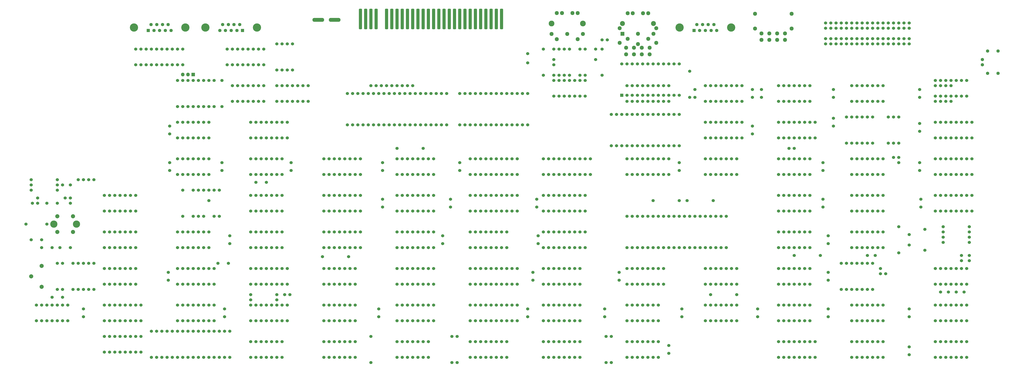
<source format=gts>
%TF.GenerationSoftware,KiCad,Pcbnew,7.0.1-0*%
%TF.CreationDate,2023-07-16T16:39:20+03:00*%
%TF.ProjectId,HC2000,48433230-3030-42e6-9b69-6361645f7063,rev?*%
%TF.SameCoordinates,Original*%
%TF.FileFunction,Soldermask,Top*%
%TF.FilePolarity,Negative*%
%FSLAX46Y46*%
G04 Gerber Fmt 4.6, Leading zero omitted, Abs format (unit mm)*
G04 Created by KiCad (PCBNEW 7.0.1-0) date 2023-07-16 16:39:20*
%MOMM*%
%LPD*%
G01*
G04 APERTURE LIST*
G04 Aperture macros list*
%AMRoundRect*
0 Rectangle with rounded corners*
0 $1 Rounding radius*
0 $2 $3 $4 $5 $6 $7 $8 $9 X,Y pos of 4 corners*
0 Add a 4 corners polygon primitive as box body*
4,1,4,$2,$3,$4,$5,$6,$7,$8,$9,$2,$3,0*
0 Add four circle primitives for the rounded corners*
1,1,$1+$1,$2,$3*
1,1,$1+$1,$4,$5*
1,1,$1+$1,$6,$7*
1,1,$1+$1,$8,$9*
0 Add four rect primitives between the rounded corners*
20,1,$1+$1,$2,$3,$4,$5,0*
20,1,$1+$1,$4,$5,$6,$7,0*
20,1,$1+$1,$6,$7,$8,$9,0*
20,1,$1+$1,$8,$9,$2,$3,0*%
G04 Aperture macros list end*
%ADD10C,1.524000*%
%ADD11C,2.794000*%
%ADD12C,1.948180*%
%ADD13RoundRect,0.381000X-0.381000X-4.619000X0.381000X-4.619000X0.381000X4.619000X-0.381000X4.619000X0*%
%ADD14R,1.800000X1.800000*%
%ADD15O,1.800000X1.800000*%
%ADD16C,4.000000*%
%ADD17R,1.600000X1.600000*%
%ADD18C,1.600000*%
%ADD19C,2.000000*%
%ADD20R,1.524000X1.524000*%
%ADD21C,2.397760*%
%ADD22R,1.948180X1.948180*%
%ADD23O,5.715000X1.905000*%
%ADD24C,3.500000*%
G04 APERTURE END LIST*
D10*
X523900000Y-153110000D03*
X523900000Y-165810000D03*
X275615000Y-193115000D03*
X275615000Y-196925000D03*
X506120000Y-236930000D03*
X506120000Y-224230000D03*
D11*
X372916000Y-107620000D03*
X357676000Y-107620000D03*
D12*
X357676000Y-112700000D03*
X365296000Y-112700000D03*
X372916000Y-112700000D03*
X360216000Y-115240000D03*
X370376000Y-115240000D03*
X370376000Y-102540000D03*
X367836000Y-102540000D03*
X362756000Y-102540000D03*
X360216000Y-102540000D03*
D10*
X155600000Y-127710000D03*
X158140000Y-127710000D03*
X160680000Y-127710000D03*
X163220000Y-127710000D03*
X165760000Y-127710000D03*
X168300000Y-127710000D03*
X170840000Y-127710000D03*
X173380000Y-127710000D03*
X175920000Y-127710000D03*
X178460000Y-127710000D03*
X178460000Y-120090000D03*
X175920000Y-120090000D03*
X173380000Y-120090000D03*
X170840000Y-120090000D03*
X168300000Y-120090000D03*
X165760000Y-120090000D03*
X163220000Y-120090000D03*
X160680000Y-120090000D03*
X158140000Y-120090000D03*
X155600000Y-120090000D03*
D12*
X390804000Y-109930000D03*
X390804000Y-117055000D03*
X408584000Y-109930000D03*
X408584000Y-117055000D03*
X393979000Y-119455000D03*
X393979000Y-122630000D03*
X397789000Y-119455000D03*
X397789000Y-122630000D03*
X401599000Y-119455000D03*
X401599000Y-122630000D03*
X405409000Y-119455000D03*
X405409000Y-122630000D03*
D10*
X193700000Y-201370000D03*
X193700000Y-188670000D03*
X282600000Y-234390000D03*
X285140000Y-234390000D03*
X287680000Y-234390000D03*
X290220000Y-234390000D03*
X292760000Y-234390000D03*
X295300000Y-234390000D03*
X297840000Y-234390000D03*
X300380000Y-234390000D03*
X300380000Y-226770000D03*
X297840000Y-226770000D03*
X295300000Y-226770000D03*
X292760000Y-226770000D03*
X290220000Y-226770000D03*
X287680000Y-226770000D03*
X285140000Y-226770000D03*
X282600000Y-226770000D03*
D13*
X264820000Y-105485000D03*
X267360000Y-105485000D03*
X269900000Y-105485000D03*
X272440000Y-105485000D03*
X277520000Y-105485000D03*
X280060000Y-105485000D03*
X282600000Y-105485000D03*
X285140000Y-105485000D03*
X287680000Y-105485000D03*
X290220000Y-105485000D03*
X292760000Y-105485000D03*
X295300000Y-105485000D03*
X297840000Y-105485000D03*
X300380000Y-105485000D03*
X302920000Y-105485000D03*
X305460000Y-105485000D03*
X308000000Y-105485000D03*
X310540000Y-105485000D03*
X313080000Y-105485000D03*
X315620000Y-105485000D03*
X318160000Y-105485000D03*
X320700000Y-105485000D03*
X323240000Y-105485000D03*
X325780000Y-105485000D03*
X328320000Y-105485000D03*
X330860000Y-105485000D03*
X333400000Y-105485000D03*
D10*
X503580000Y-224230000D03*
X503580000Y-236930000D03*
X197510000Y-135330000D03*
X197510000Y-148030000D03*
X414680000Y-264235000D03*
X414680000Y-268045000D03*
X231165000Y-175335000D03*
X231165000Y-179145000D03*
X503580000Y-145490000D03*
X506120000Y-145490000D03*
X508660000Y-145490000D03*
X511200000Y-145490000D03*
X513740000Y-145490000D03*
X516280000Y-145490000D03*
X518820000Y-145490000D03*
X518820000Y-137870000D03*
X516280000Y-137870000D03*
X513740000Y-137870000D03*
X511200000Y-137870000D03*
X508660000Y-137870000D03*
X506120000Y-137870000D03*
X503580000Y-137870000D03*
X432460000Y-163270000D03*
X435000000Y-163270000D03*
X437540000Y-163270000D03*
X440080000Y-163270000D03*
X442620000Y-163270000D03*
X445160000Y-163270000D03*
X447700000Y-163270000D03*
X450240000Y-163270000D03*
X450240000Y-155650000D03*
X447700000Y-155650000D03*
X445160000Y-155650000D03*
X442620000Y-155650000D03*
X440080000Y-155650000D03*
X437540000Y-155650000D03*
X435000000Y-155650000D03*
X432460000Y-155650000D03*
X171475000Y-228675000D03*
X171475000Y-232485000D03*
X107340000Y-252170000D03*
X109880000Y-252170000D03*
X112420000Y-252170000D03*
X114960000Y-252170000D03*
X117500000Y-252170000D03*
X120040000Y-252170000D03*
X122580000Y-252170000D03*
X122580000Y-244550000D03*
X120040000Y-244550000D03*
X117500000Y-244550000D03*
X114960000Y-244550000D03*
X112420000Y-244550000D03*
X109880000Y-244550000D03*
X107340000Y-244550000D03*
X513740000Y-236930000D03*
X513740000Y-224230000D03*
X231800000Y-117550000D03*
X231800000Y-130250000D03*
X247040000Y-181050000D03*
X249580000Y-181050000D03*
X252120000Y-181050000D03*
X254660000Y-181050000D03*
X257200000Y-181050000D03*
X259740000Y-181050000D03*
X262280000Y-181050000D03*
X264820000Y-181050000D03*
X264820000Y-173430000D03*
X262280000Y-173430000D03*
X259740000Y-173430000D03*
X257200000Y-173430000D03*
X254660000Y-173430000D03*
X252120000Y-173430000D03*
X249580000Y-173430000D03*
X247040000Y-173430000D03*
X175920000Y-181050000D03*
X178460000Y-181050000D03*
X181000000Y-181050000D03*
X183540000Y-181050000D03*
X186080000Y-181050000D03*
X188620000Y-181050000D03*
X191160000Y-181050000D03*
X191160000Y-173430000D03*
X188620000Y-173430000D03*
X186080000Y-173430000D03*
X183540000Y-173430000D03*
X181000000Y-173430000D03*
X178460000Y-173430000D03*
X175920000Y-173430000D03*
X175920000Y-269950000D03*
X175920000Y-257250000D03*
X211480000Y-234390000D03*
X214020000Y-234390000D03*
X216560000Y-234390000D03*
X219100000Y-234390000D03*
X221640000Y-234390000D03*
X224180000Y-234390000D03*
X226720000Y-234390000D03*
X229260000Y-234390000D03*
X229260000Y-226770000D03*
X226720000Y-226770000D03*
X224180000Y-226770000D03*
X221640000Y-226770000D03*
X219100000Y-226770000D03*
X216560000Y-226770000D03*
X214020000Y-226770000D03*
X211480000Y-226770000D03*
X457860000Y-246455000D03*
X457860000Y-250265000D03*
X394360000Y-181050000D03*
X396900000Y-181050000D03*
X399440000Y-181050000D03*
X401980000Y-181050000D03*
X404520000Y-181050000D03*
X407060000Y-181050000D03*
X409600000Y-181050000D03*
X412140000Y-181050000D03*
X414680000Y-181050000D03*
X414680000Y-173430000D03*
X412140000Y-173430000D03*
X409600000Y-173430000D03*
X407060000Y-173430000D03*
X404520000Y-173430000D03*
X401980000Y-173430000D03*
X399440000Y-173430000D03*
X396900000Y-173430000D03*
X394360000Y-173430000D03*
X503580000Y-181050000D03*
X506120000Y-181050000D03*
X508660000Y-181050000D03*
X511200000Y-181050000D03*
X513740000Y-181050000D03*
X516280000Y-181050000D03*
X518820000Y-181050000D03*
X518820000Y-173430000D03*
X516280000Y-173430000D03*
X513740000Y-173430000D03*
X511200000Y-173430000D03*
X508660000Y-173430000D03*
X506120000Y-173430000D03*
X503580000Y-173430000D03*
X193700000Y-148030000D03*
X193700000Y-135330000D03*
X558190000Y-238200000D03*
X554380000Y-238200000D03*
X201320000Y-257250000D03*
X201320000Y-269950000D03*
X186080000Y-201370000D03*
X186080000Y-188670000D03*
X135280000Y-224230000D03*
X135280000Y-236930000D03*
X247040000Y-216610000D03*
X249580000Y-216610000D03*
X252120000Y-216610000D03*
X254660000Y-216610000D03*
X257200000Y-216610000D03*
X259740000Y-216610000D03*
X262280000Y-216610000D03*
X264820000Y-216610000D03*
X264820000Y-208990000D03*
X262280000Y-208990000D03*
X259740000Y-208990000D03*
X257200000Y-208990000D03*
X254660000Y-208990000D03*
X252120000Y-208990000D03*
X249580000Y-208990000D03*
X247040000Y-208990000D03*
X165760000Y-269950000D03*
X165760000Y-257250000D03*
X308635000Y-193115000D03*
X308635000Y-196925000D03*
X168300000Y-269950000D03*
X168300000Y-257250000D03*
X175920000Y-135330000D03*
X175920000Y-148030000D03*
X394360000Y-216610000D03*
X396900000Y-216610000D03*
X399440000Y-216610000D03*
X401980000Y-216610000D03*
X404520000Y-216610000D03*
X407060000Y-216610000D03*
X409600000Y-216610000D03*
X412140000Y-216610000D03*
X414680000Y-216610000D03*
X417220000Y-216610000D03*
X419760000Y-216610000D03*
X422300000Y-216610000D03*
X424840000Y-216610000D03*
X427380000Y-216610000D03*
X429920000Y-216610000D03*
X432460000Y-216610000D03*
X435000000Y-216610000D03*
X437540000Y-216610000D03*
X440080000Y-216610000D03*
X442620000Y-216610000D03*
X442620000Y-201370000D03*
X440080000Y-201370000D03*
X437540000Y-201370000D03*
X435000000Y-201370000D03*
X432460000Y-201370000D03*
X429920000Y-201370000D03*
X427380000Y-201370000D03*
X424840000Y-201370000D03*
X422300000Y-201370000D03*
X419760000Y-201370000D03*
X417220000Y-201370000D03*
X414680000Y-201370000D03*
X412140000Y-201370000D03*
X409600000Y-201370000D03*
X407060000Y-201370000D03*
X404520000Y-201370000D03*
X401980000Y-201370000D03*
X399440000Y-201370000D03*
X396900000Y-201370000D03*
X394360000Y-201370000D03*
X455320000Y-139775000D03*
X455320000Y-143585000D03*
X517550000Y-226770000D03*
X517550000Y-229310000D03*
X520090000Y-229310000D03*
X560730000Y-214070000D03*
X548030000Y-214070000D03*
X224180000Y-145490000D03*
X226720000Y-145490000D03*
X229260000Y-145490000D03*
X231800000Y-145490000D03*
X234340000Y-145490000D03*
X236880000Y-145490000D03*
X239420000Y-145490000D03*
X239420000Y-137870000D03*
X236880000Y-137870000D03*
X234340000Y-137870000D03*
X231800000Y-137870000D03*
X229260000Y-137870000D03*
X226720000Y-137870000D03*
X224180000Y-137870000D03*
D14*
X183540000Y-132415000D03*
D15*
X181000000Y-132415000D03*
X178460000Y-132415000D03*
D10*
X120040000Y-224230000D03*
X120040000Y-236930000D03*
X358800000Y-142950000D03*
X361340000Y-142950000D03*
X363880000Y-142950000D03*
X366420000Y-142950000D03*
X368960000Y-142950000D03*
X371500000Y-142950000D03*
X374040000Y-142950000D03*
X374040000Y-135330000D03*
X371500000Y-135330000D03*
X368960000Y-135330000D03*
X366420000Y-135330000D03*
X363880000Y-135330000D03*
X361340000Y-135330000D03*
X358800000Y-135330000D03*
X353720000Y-252170000D03*
X356260000Y-252170000D03*
X358800000Y-252170000D03*
X361340000Y-252170000D03*
X363880000Y-252170000D03*
X366420000Y-252170000D03*
X368960000Y-252170000D03*
X371500000Y-252170000D03*
X371500000Y-244550000D03*
X368960000Y-244550000D03*
X366420000Y-244550000D03*
X363880000Y-244550000D03*
X361340000Y-244550000D03*
X358800000Y-244550000D03*
X356260000Y-244550000D03*
X353720000Y-244550000D03*
X247040000Y-252170000D03*
X249580000Y-252170000D03*
X252120000Y-252170000D03*
X254660000Y-252170000D03*
X257200000Y-252170000D03*
X259740000Y-252170000D03*
X262280000Y-252170000D03*
X262280000Y-244550000D03*
X259740000Y-244550000D03*
X257200000Y-244550000D03*
X254660000Y-244550000D03*
X252120000Y-244550000D03*
X249580000Y-244550000D03*
X247040000Y-244550000D03*
X544220000Y-163270000D03*
X546760000Y-163270000D03*
X549300000Y-163270000D03*
X551840000Y-163270000D03*
X554380000Y-163270000D03*
X556920000Y-163270000D03*
X559460000Y-163270000D03*
X562000000Y-163270000D03*
X562000000Y-155650000D03*
X559460000Y-155650000D03*
X556920000Y-155650000D03*
X554380000Y-155650000D03*
X551840000Y-155650000D03*
X549300000Y-155650000D03*
X546760000Y-155650000D03*
X544220000Y-155650000D03*
D16*
X214500000Y-109580000D03*
X189500000Y-109580000D03*
D17*
X207540000Y-111000000D03*
D18*
X204770000Y-111000000D03*
X202000000Y-111000000D03*
X199230000Y-111000000D03*
X196460000Y-111000000D03*
X206155000Y-108160000D03*
X203385000Y-108160000D03*
X200615000Y-108160000D03*
X197845000Y-108160000D03*
D10*
X503580000Y-269950000D03*
X506120000Y-269950000D03*
X508660000Y-269950000D03*
X511200000Y-269950000D03*
X513740000Y-269950000D03*
X516280000Y-269950000D03*
X518820000Y-269950000D03*
X518820000Y-262330000D03*
X516280000Y-262330000D03*
X513740000Y-262330000D03*
X511200000Y-262330000D03*
X508660000Y-262330000D03*
X506120000Y-262330000D03*
X503580000Y-262330000D03*
X282600000Y-198830000D03*
X285140000Y-198830000D03*
X287680000Y-198830000D03*
X290220000Y-198830000D03*
X292760000Y-198830000D03*
X295300000Y-198830000D03*
X297840000Y-198830000D03*
X300380000Y-198830000D03*
X300380000Y-191210000D03*
X297840000Y-191210000D03*
X295300000Y-191210000D03*
X292760000Y-191210000D03*
X290220000Y-191210000D03*
X287680000Y-191210000D03*
X285140000Y-191210000D03*
X282600000Y-191210000D03*
X351180000Y-210895000D03*
X351180000Y-214705000D03*
X140360000Y-234390000D03*
X142900000Y-234390000D03*
X145440000Y-234390000D03*
X147980000Y-234390000D03*
X150520000Y-234390000D03*
X153060000Y-234390000D03*
X155600000Y-234390000D03*
X155600000Y-226770000D03*
X153060000Y-226770000D03*
X150520000Y-226770000D03*
X147980000Y-226770000D03*
X145440000Y-226770000D03*
X142900000Y-226770000D03*
X140360000Y-226770000D03*
X511200000Y-220420000D03*
X515010000Y-220420000D03*
X175920000Y-163270000D03*
X178460000Y-163270000D03*
X181000000Y-163270000D03*
X183540000Y-163270000D03*
X186080000Y-163270000D03*
X188620000Y-163270000D03*
X191160000Y-163270000D03*
X191160000Y-155650000D03*
X188620000Y-155650000D03*
X186080000Y-155650000D03*
X183540000Y-155650000D03*
X181000000Y-155650000D03*
X178460000Y-155650000D03*
X175920000Y-155650000D03*
D19*
X109880000Y-225500000D03*
X104800000Y-230580000D03*
X109880000Y-235660000D03*
D10*
X275615000Y-175335000D03*
X275615000Y-179145000D03*
X560730000Y-211530000D03*
X548030000Y-211530000D03*
X427380000Y-139775000D03*
X427380000Y-143585000D03*
X503580000Y-198830000D03*
X506120000Y-198830000D03*
X508660000Y-198830000D03*
X511200000Y-198830000D03*
X513740000Y-198830000D03*
X516280000Y-198830000D03*
X518820000Y-198830000D03*
X518820000Y-191210000D03*
X516280000Y-191210000D03*
X513740000Y-191210000D03*
X511200000Y-191210000D03*
X508660000Y-191210000D03*
X506120000Y-191210000D03*
X503580000Y-191210000D03*
X353720000Y-198830000D03*
X356260000Y-198830000D03*
X358800000Y-198830000D03*
X361340000Y-198830000D03*
X363880000Y-198830000D03*
X366420000Y-198830000D03*
X368960000Y-198830000D03*
X371500000Y-198830000D03*
X374040000Y-198830000D03*
X374040000Y-191210000D03*
X371500000Y-191210000D03*
X368960000Y-191210000D03*
X366420000Y-191210000D03*
X363880000Y-191210000D03*
X361340000Y-191210000D03*
X358800000Y-191210000D03*
X356260000Y-191210000D03*
X353720000Y-191210000D03*
X186080000Y-148030000D03*
X186080000Y-135330000D03*
X371500000Y-132790000D03*
X371500000Y-120090000D03*
X117500000Y-186130000D03*
X104800000Y-186130000D03*
X548030000Y-206450000D03*
X560730000Y-206450000D03*
X211480000Y-181050000D03*
X214020000Y-181050000D03*
X216560000Y-181050000D03*
X219100000Y-181050000D03*
X221640000Y-181050000D03*
X224180000Y-181050000D03*
X226720000Y-181050000D03*
X226720000Y-173430000D03*
X224180000Y-173430000D03*
X221640000Y-173430000D03*
X219100000Y-173430000D03*
X216560000Y-173430000D03*
X214020000Y-173430000D03*
X211480000Y-173430000D03*
D20*
X391820000Y-142560000D03*
D10*
X394360000Y-142560000D03*
X396900000Y-142560000D03*
X399440000Y-142560000D03*
X401980000Y-142560000D03*
X404520000Y-142560000D03*
X407060000Y-142560000D03*
X409600000Y-142560000D03*
X412140000Y-142560000D03*
X414680000Y-142560000D03*
X417220000Y-142560000D03*
X419760000Y-142560000D03*
X419760000Y-127320000D03*
X417220000Y-127320000D03*
X414680000Y-127320000D03*
X412140000Y-127320000D03*
X409600000Y-127320000D03*
X407060000Y-127320000D03*
X404520000Y-127320000D03*
X401980000Y-127320000D03*
X399440000Y-127320000D03*
X396900000Y-127320000D03*
X394360000Y-127320000D03*
X391820000Y-127320000D03*
X309270000Y-259790000D03*
X309270000Y-272490000D03*
X318160000Y-234390000D03*
X320700000Y-234390000D03*
X323240000Y-234390000D03*
X325780000Y-234390000D03*
X328320000Y-234390000D03*
X330860000Y-234390000D03*
X333400000Y-234390000D03*
X335940000Y-234390000D03*
X338480000Y-234390000D03*
X341020000Y-234390000D03*
X341020000Y-226770000D03*
X338480000Y-226770000D03*
X335940000Y-226770000D03*
X333400000Y-226770000D03*
X330860000Y-226770000D03*
X328320000Y-226770000D03*
X325780000Y-226770000D03*
X323240000Y-226770000D03*
X320700000Y-226770000D03*
X318160000Y-226770000D03*
D21*
X407192080Y-107620000D03*
X392195920Y-107620000D03*
D22*
X392195920Y-112618720D03*
D12*
X394695280Y-115118080D03*
X399694000Y-112618720D03*
X404692720Y-115118080D03*
X407192080Y-112618720D03*
X399694000Y-117619980D03*
X404692720Y-102621280D03*
X402193360Y-102621280D03*
X397194640Y-102621280D03*
X394695280Y-102621280D03*
D10*
X531520000Y-107390000D03*
X531520000Y-109930000D03*
X528980000Y-107390000D03*
X528980000Y-109930000D03*
X526440000Y-107390000D03*
X526440000Y-109930000D03*
X523900000Y-107390000D03*
X523900000Y-109930000D03*
X521360000Y-107390000D03*
X521360000Y-109930000D03*
X518820000Y-107390000D03*
X518820000Y-109930000D03*
X516280000Y-107390000D03*
X516280000Y-109930000D03*
X513740000Y-107390000D03*
X513740000Y-109930000D03*
X511200000Y-107390000D03*
X511200000Y-109930000D03*
X508660000Y-107390000D03*
X508660000Y-109930000D03*
X506120000Y-107390000D03*
X506120000Y-109930000D03*
X503580000Y-107390000D03*
X503580000Y-109930000D03*
X501040000Y-107390000D03*
X501040000Y-109930000D03*
X498500000Y-107390000D03*
X498500000Y-109930000D03*
X495960000Y-107390000D03*
X495960000Y-109930000D03*
X493420000Y-107390000D03*
X493420000Y-109930000D03*
X490880000Y-107390000D03*
X490880000Y-109930000D03*
X140360000Y-216610000D03*
X142900000Y-216610000D03*
X145440000Y-216610000D03*
X147980000Y-216610000D03*
X150520000Y-216610000D03*
X153060000Y-216610000D03*
X155600000Y-216610000D03*
X155600000Y-208990000D03*
X153060000Y-208990000D03*
X150520000Y-208990000D03*
X147980000Y-208990000D03*
X145440000Y-208990000D03*
X142900000Y-208990000D03*
X140360000Y-208990000D03*
X224180000Y-242010000D03*
X211480000Y-242010000D03*
X191160000Y-193750000D03*
X191160000Y-188670000D03*
X140360000Y-252170000D03*
X142900000Y-252170000D03*
X145440000Y-252170000D03*
X147980000Y-252170000D03*
X150520000Y-252170000D03*
X153060000Y-252170000D03*
X155600000Y-252170000D03*
X158140000Y-252170000D03*
X158140000Y-244550000D03*
X155600000Y-244550000D03*
X153060000Y-244550000D03*
X150520000Y-244550000D03*
X147980000Y-244550000D03*
X145440000Y-244550000D03*
X142900000Y-244550000D03*
X140360000Y-244550000D03*
X353720000Y-269950000D03*
X356260000Y-269950000D03*
X358800000Y-269950000D03*
X361340000Y-269950000D03*
X363880000Y-269950000D03*
X366420000Y-269950000D03*
X368960000Y-269950000D03*
X371500000Y-269950000D03*
X371500000Y-262330000D03*
X368960000Y-262330000D03*
X366420000Y-262330000D03*
X363880000Y-262330000D03*
X361340000Y-262330000D03*
X358800000Y-262330000D03*
X356260000Y-262330000D03*
X353720000Y-262330000D03*
X311810000Y-272490000D03*
X311810000Y-259790000D03*
X501040000Y-165810000D03*
X501040000Y-153110000D03*
X117500000Y-195020000D03*
X112420000Y-195020000D03*
X219100000Y-184860000D03*
X214020000Y-184860000D03*
X181000000Y-257250000D03*
X181000000Y-269950000D03*
X394360000Y-252170000D03*
X396900000Y-252170000D03*
X399440000Y-252170000D03*
X401980000Y-252170000D03*
X404520000Y-252170000D03*
X407060000Y-252170000D03*
X409600000Y-252170000D03*
X409600000Y-244550000D03*
X407060000Y-244550000D03*
X404520000Y-244550000D03*
X401980000Y-244550000D03*
X399440000Y-244550000D03*
X396900000Y-244550000D03*
X394360000Y-244550000D03*
X196240000Y-201370000D03*
X196240000Y-188670000D03*
X503580000Y-165810000D03*
X503580000Y-153110000D03*
X175920000Y-216610000D03*
X178460000Y-216610000D03*
X181000000Y-216610000D03*
X183540000Y-216610000D03*
X186080000Y-216610000D03*
X188620000Y-216610000D03*
X191160000Y-216610000D03*
X191160000Y-208990000D03*
X188620000Y-208990000D03*
X186080000Y-208990000D03*
X183540000Y-208990000D03*
X181000000Y-208990000D03*
X178460000Y-208990000D03*
X175920000Y-208990000D03*
X468020000Y-198830000D03*
X470560000Y-198830000D03*
X473100000Y-198830000D03*
X475640000Y-198830000D03*
X478180000Y-198830000D03*
X480720000Y-198830000D03*
X483260000Y-198830000D03*
X483260000Y-191210000D03*
X480720000Y-191210000D03*
X478180000Y-191210000D03*
X475640000Y-191210000D03*
X473100000Y-191210000D03*
X470560000Y-191210000D03*
X468020000Y-191210000D03*
X163220000Y-269950000D03*
X163220000Y-257250000D03*
X269900000Y-259790000D03*
X269900000Y-272490000D03*
X546760000Y-238200000D03*
X550570000Y-238200000D03*
X526440000Y-153110000D03*
X526440000Y-165810000D03*
X536600000Y-139775000D03*
X536600000Y-143585000D03*
X200685000Y-224230000D03*
X195605000Y-224230000D03*
X175920000Y-252170000D03*
X178460000Y-252170000D03*
X181000000Y-252170000D03*
X183540000Y-252170000D03*
X186080000Y-252170000D03*
X188620000Y-252170000D03*
X191160000Y-252170000D03*
X193700000Y-252170000D03*
X193700000Y-244550000D03*
X191160000Y-244550000D03*
X188620000Y-244550000D03*
X186080000Y-244550000D03*
X183540000Y-244550000D03*
X181000000Y-244550000D03*
X178460000Y-244550000D03*
X175920000Y-244550000D03*
X313080000Y-156920000D03*
X315620000Y-156920000D03*
X318160000Y-156920000D03*
X320700000Y-156920000D03*
X323240000Y-156920000D03*
X325780000Y-156920000D03*
X328320000Y-156920000D03*
X330860000Y-156920000D03*
X333400000Y-156920000D03*
X335940000Y-156920000D03*
X338480000Y-156920000D03*
X341020000Y-156920000D03*
X343560000Y-156920000D03*
X346100000Y-156920000D03*
X346100000Y-141680000D03*
X343560000Y-141680000D03*
X341020000Y-141680000D03*
X338480000Y-141680000D03*
X335940000Y-141680000D03*
X333400000Y-141680000D03*
X330860000Y-141680000D03*
X328320000Y-141680000D03*
X325780000Y-141680000D03*
X323240000Y-141680000D03*
X320700000Y-141680000D03*
X318160000Y-141680000D03*
X315620000Y-141680000D03*
X313080000Y-141680000D03*
X424840000Y-143585000D03*
X424840000Y-130885000D03*
X468020000Y-252170000D03*
X470560000Y-252170000D03*
X473100000Y-252170000D03*
X475640000Y-252170000D03*
X478180000Y-252170000D03*
X480720000Y-252170000D03*
X483260000Y-252170000D03*
X483260000Y-244550000D03*
X480720000Y-244550000D03*
X478180000Y-244550000D03*
X475640000Y-244550000D03*
X473100000Y-244550000D03*
X470560000Y-244550000D03*
X468020000Y-244550000D03*
X211480000Y-163270000D03*
X214020000Y-163270000D03*
X216560000Y-163270000D03*
X219100000Y-163270000D03*
X221640000Y-163270000D03*
X224180000Y-163270000D03*
X226720000Y-163270000D03*
X229260000Y-163270000D03*
X229260000Y-155650000D03*
X226720000Y-155650000D03*
X224180000Y-155650000D03*
X221640000Y-155650000D03*
X219100000Y-155650000D03*
X216560000Y-155650000D03*
X214020000Y-155650000D03*
X211480000Y-155650000D03*
X125120000Y-224230000D03*
X125120000Y-236930000D03*
X506120000Y-165810000D03*
X506120000Y-153110000D03*
X348640000Y-228675000D03*
X348640000Y-232485000D03*
X501040000Y-236930000D03*
X501040000Y-224230000D03*
X548030000Y-208990000D03*
X560730000Y-208990000D03*
X172110000Y-157555000D03*
X172110000Y-161365000D03*
X211480000Y-269950000D03*
X214020000Y-269950000D03*
X216560000Y-269950000D03*
X219100000Y-269950000D03*
X221640000Y-269950000D03*
X224180000Y-269950000D03*
X226720000Y-269950000D03*
X226720000Y-262330000D03*
X224180000Y-262330000D03*
X221640000Y-262330000D03*
X219100000Y-262330000D03*
X216560000Y-262330000D03*
X214020000Y-262330000D03*
X211480000Y-262330000D03*
X492150000Y-228675000D03*
X492150000Y-232485000D03*
X346100000Y-122312500D03*
X346100000Y-126757500D03*
X531520000Y-215340000D03*
X531520000Y-210260000D03*
X539140000Y-207720000D03*
X539140000Y-217880000D03*
X382295000Y-132790000D03*
X382295000Y-120090000D03*
X173380000Y-269950000D03*
X173380000Y-257250000D03*
X120040000Y-240740000D03*
X114960000Y-240740000D03*
X544220000Y-252170000D03*
X546760000Y-252170000D03*
X549300000Y-252170000D03*
X551840000Y-252170000D03*
X554380000Y-252170000D03*
X556920000Y-252170000D03*
X559460000Y-252170000D03*
X559460000Y-244550000D03*
X556920000Y-244550000D03*
X554380000Y-244550000D03*
X551840000Y-244550000D03*
X549300000Y-244550000D03*
X546760000Y-244550000D03*
X544220000Y-244550000D03*
X295300000Y-168350000D03*
X282600000Y-168350000D03*
X353720000Y-181050000D03*
X356260000Y-181050000D03*
X358800000Y-181050000D03*
X361340000Y-181050000D03*
X363880000Y-181050000D03*
X366420000Y-181050000D03*
X368960000Y-181050000D03*
X371500000Y-181050000D03*
X374040000Y-181050000D03*
X376580000Y-181050000D03*
X376580000Y-173430000D03*
X374040000Y-173430000D03*
X371500000Y-173430000D03*
X368960000Y-173430000D03*
X366420000Y-173430000D03*
X363880000Y-173430000D03*
X361340000Y-173430000D03*
X358800000Y-173430000D03*
X356260000Y-173430000D03*
X353720000Y-173430000D03*
X181000000Y-148030000D03*
X181000000Y-135330000D03*
X531520000Y-115010000D03*
X531520000Y-117550000D03*
X528980000Y-115010000D03*
X528980000Y-117550000D03*
X526440000Y-115010000D03*
X526440000Y-117550000D03*
X523900000Y-115010000D03*
X523900000Y-117550000D03*
X521360000Y-115010000D03*
X521360000Y-117550000D03*
X518820000Y-115010000D03*
X518820000Y-117550000D03*
X516280000Y-115010000D03*
X516280000Y-117550000D03*
X513740000Y-115010000D03*
X513740000Y-117550000D03*
X511200000Y-115010000D03*
X511200000Y-117550000D03*
X508660000Y-115010000D03*
X508660000Y-117550000D03*
X506120000Y-115010000D03*
X506120000Y-117550000D03*
X503580000Y-115010000D03*
X503580000Y-117550000D03*
X501040000Y-115010000D03*
X501040000Y-117550000D03*
X498500000Y-115010000D03*
X498500000Y-117550000D03*
X495960000Y-115010000D03*
X495960000Y-117550000D03*
X493420000Y-115010000D03*
X493420000Y-117550000D03*
X490880000Y-115010000D03*
X490880000Y-117550000D03*
X468020000Y-181050000D03*
X470560000Y-181050000D03*
X473100000Y-181050000D03*
X475640000Y-181050000D03*
X478180000Y-181050000D03*
X480720000Y-181050000D03*
X483260000Y-181050000D03*
X483260000Y-173430000D03*
X480720000Y-173430000D03*
X478180000Y-173430000D03*
X475640000Y-173430000D03*
X473100000Y-173430000D03*
X470560000Y-173430000D03*
X468020000Y-173430000D03*
X492150000Y-246455000D03*
X492150000Y-250265000D03*
X123850000Y-195020000D03*
X123850000Y-192480000D03*
X121310000Y-192480000D03*
X140360000Y-267410000D03*
X142900000Y-267410000D03*
X145440000Y-267410000D03*
X147980000Y-267410000D03*
X150520000Y-267410000D03*
X153060000Y-267410000D03*
X155600000Y-267410000D03*
X158140000Y-267410000D03*
X158140000Y-259790000D03*
X155600000Y-259790000D03*
X153060000Y-259790000D03*
X150520000Y-259790000D03*
X147980000Y-259790000D03*
X145440000Y-259790000D03*
X142900000Y-259790000D03*
X140360000Y-259790000D03*
X544220000Y-198830000D03*
X546760000Y-198830000D03*
X549300000Y-198830000D03*
X551840000Y-198830000D03*
X554380000Y-198830000D03*
X556920000Y-198830000D03*
X559460000Y-198830000D03*
X562000000Y-198830000D03*
X562000000Y-191210000D03*
X559460000Y-191210000D03*
X556920000Y-191210000D03*
X554380000Y-191210000D03*
X551840000Y-191210000D03*
X549300000Y-191210000D03*
X546760000Y-191210000D03*
X544220000Y-191210000D03*
X498500000Y-224230000D03*
X498500000Y-236930000D03*
X374040000Y-120090000D03*
X374040000Y-132790000D03*
X366420000Y-132790000D03*
X366420000Y-120090000D03*
X511200000Y-236930000D03*
X511200000Y-224230000D03*
X117500000Y-236930000D03*
X117500000Y-224230000D03*
X318160000Y-216610000D03*
X320700000Y-216610000D03*
X323240000Y-216610000D03*
X325780000Y-216610000D03*
X328320000Y-216610000D03*
X330860000Y-216610000D03*
X333400000Y-216610000D03*
X335940000Y-216610000D03*
X335940000Y-208990000D03*
X333400000Y-208990000D03*
X330860000Y-208990000D03*
X328320000Y-208990000D03*
X325780000Y-208990000D03*
X323240000Y-208990000D03*
X320700000Y-208990000D03*
X318160000Y-208990000D03*
D18*
X574700000Y-121040000D03*
X569620000Y-121040000D03*
X574700000Y-131840000D03*
X569620000Y-131840000D03*
X567080000Y-125170000D03*
X567080000Y-127710000D03*
D10*
X198780000Y-257250000D03*
X198780000Y-269950000D03*
X211480000Y-216610000D03*
X214020000Y-216610000D03*
X216560000Y-216610000D03*
X219100000Y-216610000D03*
X221640000Y-216610000D03*
X224180000Y-216610000D03*
X226720000Y-216610000D03*
X226720000Y-208990000D03*
X224180000Y-208990000D03*
X221640000Y-208990000D03*
X219100000Y-208990000D03*
X216560000Y-208990000D03*
X214020000Y-208990000D03*
X211480000Y-208990000D03*
X513740000Y-153110000D03*
X513740000Y-165810000D03*
X258470000Y-156920000D03*
X261010000Y-156920000D03*
X263550000Y-156920000D03*
X266090000Y-156920000D03*
X268630000Y-156920000D03*
X271170000Y-156920000D03*
X273710000Y-156920000D03*
X276250000Y-156920000D03*
X278790000Y-156920000D03*
X281330000Y-156920000D03*
X283870000Y-156920000D03*
X286410000Y-156920000D03*
X288950000Y-156920000D03*
X291490000Y-156920000D03*
X294030000Y-156920000D03*
X296570000Y-156920000D03*
X299110000Y-156920000D03*
X301650000Y-156920000D03*
X304190000Y-156920000D03*
X306730000Y-156920000D03*
X306730000Y-141680000D03*
X304190000Y-141680000D03*
X301650000Y-141680000D03*
X299110000Y-141680000D03*
X296570000Y-141680000D03*
X294030000Y-141680000D03*
X291490000Y-141680000D03*
X288950000Y-141680000D03*
X286410000Y-141680000D03*
X283870000Y-141680000D03*
X281330000Y-141680000D03*
X278790000Y-141680000D03*
X276250000Y-141680000D03*
X273710000Y-141680000D03*
X271170000Y-141680000D03*
X268630000Y-141680000D03*
X266090000Y-141680000D03*
X263550000Y-141680000D03*
X261010000Y-141680000D03*
X258470000Y-141680000D03*
X468020000Y-216610000D03*
X470560000Y-216610000D03*
X473100000Y-216610000D03*
X475640000Y-216610000D03*
X478180000Y-216610000D03*
X480720000Y-216610000D03*
X483260000Y-216610000D03*
X483260000Y-208990000D03*
X480720000Y-208990000D03*
X478180000Y-208990000D03*
X475640000Y-208990000D03*
X473100000Y-208990000D03*
X470560000Y-208990000D03*
X468020000Y-208990000D03*
X318160000Y-198830000D03*
X320700000Y-198830000D03*
X323240000Y-198830000D03*
X325780000Y-198830000D03*
X328320000Y-198830000D03*
X330860000Y-198830000D03*
X333400000Y-198830000D03*
X335940000Y-198830000D03*
X338480000Y-198830000D03*
X341020000Y-198830000D03*
X341020000Y-191210000D03*
X338480000Y-191210000D03*
X335940000Y-191210000D03*
X333400000Y-191210000D03*
X330860000Y-191210000D03*
X328320000Y-191210000D03*
X325780000Y-191210000D03*
X323240000Y-191210000D03*
X320700000Y-191210000D03*
X318160000Y-191210000D03*
X247040000Y-198830000D03*
X249580000Y-198830000D03*
X252120000Y-198830000D03*
X254660000Y-198830000D03*
X257200000Y-198830000D03*
X259740000Y-198830000D03*
X262280000Y-198830000D03*
X264820000Y-198830000D03*
X264820000Y-191210000D03*
X262280000Y-191210000D03*
X259740000Y-191210000D03*
X257200000Y-191210000D03*
X254660000Y-191210000D03*
X252120000Y-191210000D03*
X249580000Y-191210000D03*
X247040000Y-191210000D03*
X191160000Y-269950000D03*
X191160000Y-257250000D03*
X353720000Y-216610000D03*
X356260000Y-216610000D03*
X358800000Y-216610000D03*
X361340000Y-216610000D03*
X363880000Y-216610000D03*
X366420000Y-216610000D03*
X368960000Y-216610000D03*
X371500000Y-216610000D03*
X374040000Y-216610000D03*
X374040000Y-208990000D03*
X371500000Y-208990000D03*
X368960000Y-208990000D03*
X366420000Y-208990000D03*
X363880000Y-208990000D03*
X361340000Y-208990000D03*
X358800000Y-208990000D03*
X356260000Y-208990000D03*
X353720000Y-208990000D03*
X183540000Y-188670000D03*
X183540000Y-201370000D03*
X475640000Y-168350000D03*
X473100000Y-168350000D03*
D23*
X244310000Y-105900000D03*
X252310000Y-105900000D03*
D10*
X489610000Y-175335000D03*
X489610000Y-179145000D03*
X197510000Y-175335000D03*
X197510000Y-179145000D03*
X526440000Y-219150000D03*
X526440000Y-206450000D03*
X193700000Y-269950000D03*
X193700000Y-257250000D03*
X282600000Y-181050000D03*
X285140000Y-181050000D03*
X287680000Y-181050000D03*
X290220000Y-181050000D03*
X292760000Y-181050000D03*
X295300000Y-181050000D03*
X297840000Y-181050000D03*
X300380000Y-181050000D03*
X300380000Y-173430000D03*
X297840000Y-173430000D03*
X295300000Y-173430000D03*
X292760000Y-173430000D03*
X290220000Y-173430000D03*
X287680000Y-173430000D03*
X285140000Y-173430000D03*
X282600000Y-173430000D03*
D19*
X125120000Y-201370000D03*
X125120000Y-208990000D03*
X117500000Y-208990000D03*
X117500000Y-201370000D03*
D24*
X115810000Y-205180000D03*
X126810000Y-205180000D03*
D10*
X304825000Y-210895000D03*
X304825000Y-214705000D03*
X536600000Y-175335000D03*
X536600000Y-179145000D03*
X492150000Y-210895000D03*
X492150000Y-214705000D03*
X526440000Y-175335000D03*
X526440000Y-172795000D03*
X523900000Y-172795000D03*
X544220000Y-142950000D03*
X546760000Y-142950000D03*
X549300000Y-142950000D03*
X551840000Y-142950000D03*
X554380000Y-142950000D03*
X556920000Y-142950000D03*
X559460000Y-142950000D03*
X559460000Y-135330000D03*
X556920000Y-135330000D03*
X554380000Y-135330000D03*
X551840000Y-135330000D03*
X549300000Y-135330000D03*
X546760000Y-135330000D03*
X544220000Y-135330000D03*
X537235000Y-193115000D03*
X537235000Y-196925000D03*
X556920000Y-220420000D03*
X560730000Y-220420000D03*
X494690000Y-157555000D03*
X494690000Y-153745000D03*
X227990000Y-239440000D03*
X230530000Y-239440000D03*
X407060000Y-193750000D03*
X419760000Y-193750000D03*
X201320000Y-210895000D03*
X201320000Y-214705000D03*
X130200000Y-236930000D03*
X130200000Y-224230000D03*
X211480000Y-198830000D03*
X214020000Y-198830000D03*
X216560000Y-198830000D03*
X219100000Y-198830000D03*
X221640000Y-198830000D03*
X224180000Y-198830000D03*
X226720000Y-198830000D03*
X226720000Y-191210000D03*
X224180000Y-191210000D03*
X221640000Y-191210000D03*
X219100000Y-191210000D03*
X216560000Y-191210000D03*
X214020000Y-191210000D03*
X211480000Y-191210000D03*
X536600000Y-156285000D03*
X536600000Y-160095000D03*
X468020000Y-234390000D03*
X470560000Y-234390000D03*
X473100000Y-234390000D03*
X475640000Y-234390000D03*
X478180000Y-234390000D03*
X480720000Y-234390000D03*
X483260000Y-234390000D03*
X483260000Y-226770000D03*
X480720000Y-226770000D03*
X478180000Y-226770000D03*
X475640000Y-226770000D03*
X473100000Y-226770000D03*
X470560000Y-226770000D03*
X468020000Y-226770000D03*
X489610000Y-193115000D03*
X489610000Y-196925000D03*
X361340000Y-132790000D03*
X361340000Y-120090000D03*
D16*
X444960000Y-109580000D03*
X419960000Y-109580000D03*
D17*
X426920000Y-111000000D03*
D18*
X429690000Y-111000000D03*
X432460000Y-111000000D03*
X435230000Y-111000000D03*
X438000000Y-111000000D03*
X428305000Y-108160000D03*
X431075000Y-108160000D03*
X433845000Y-108160000D03*
X436615000Y-108160000D03*
D10*
X117500000Y-188670000D03*
X104800000Y-188670000D03*
X269900000Y-137870000D03*
X272440000Y-137870000D03*
X274980000Y-137870000D03*
X277520000Y-137870000D03*
X280060000Y-137870000D03*
X282600000Y-137870000D03*
X285140000Y-137870000D03*
X287680000Y-137870000D03*
X290220000Y-137870000D03*
X383565000Y-246455000D03*
X383565000Y-250265000D03*
X130200000Y-246455000D03*
X130200000Y-250265000D03*
X544220000Y-181050000D03*
X546760000Y-181050000D03*
X549300000Y-181050000D03*
X551840000Y-181050000D03*
X554380000Y-181050000D03*
X556920000Y-181050000D03*
X559460000Y-181050000D03*
X562000000Y-181050000D03*
X562000000Y-173430000D03*
X559460000Y-173430000D03*
X556920000Y-173430000D03*
X554380000Y-173430000D03*
X551840000Y-173430000D03*
X549300000Y-173430000D03*
X546760000Y-173430000D03*
X544220000Y-173430000D03*
X178460000Y-148030000D03*
X178460000Y-135330000D03*
X282600000Y-252170000D03*
X285140000Y-252170000D03*
X287680000Y-252170000D03*
X290220000Y-252170000D03*
X292760000Y-252170000D03*
X295300000Y-252170000D03*
X297840000Y-252170000D03*
X300380000Y-252170000D03*
X300380000Y-244550000D03*
X297840000Y-244550000D03*
X295300000Y-244550000D03*
X292760000Y-244550000D03*
X290220000Y-244550000D03*
X287680000Y-244550000D03*
X285140000Y-244550000D03*
X282600000Y-244550000D03*
X170840000Y-269950000D03*
X170840000Y-257250000D03*
X183540000Y-257250000D03*
X183540000Y-269950000D03*
X386740000Y-167080000D03*
X389280000Y-167080000D03*
X391820000Y-167080000D03*
X394360000Y-167080000D03*
X396900000Y-167080000D03*
X399440000Y-167080000D03*
X401980000Y-167080000D03*
X404520000Y-167080000D03*
X407060000Y-167080000D03*
X409600000Y-167080000D03*
X412140000Y-167080000D03*
X414680000Y-167080000D03*
X417220000Y-167080000D03*
X419760000Y-167080000D03*
X419760000Y-151840000D03*
X417220000Y-151840000D03*
X414680000Y-151840000D03*
X412140000Y-151840000D03*
X409600000Y-151840000D03*
X407060000Y-151840000D03*
X404520000Y-151840000D03*
X401980000Y-151840000D03*
X399440000Y-151840000D03*
X396900000Y-151840000D03*
X394360000Y-151840000D03*
X391820000Y-151840000D03*
X389280000Y-151840000D03*
X386740000Y-151840000D03*
X226720000Y-117550000D03*
X226720000Y-130250000D03*
X196240000Y-269950000D03*
X196240000Y-257250000D03*
X318160000Y-181050000D03*
X320700000Y-181050000D03*
X323240000Y-181050000D03*
X325780000Y-181050000D03*
X328320000Y-181050000D03*
X330860000Y-181050000D03*
X333400000Y-181050000D03*
X335940000Y-181050000D03*
X338480000Y-181050000D03*
X341020000Y-181050000D03*
X341020000Y-173430000D03*
X338480000Y-173430000D03*
X335940000Y-173430000D03*
X333400000Y-173430000D03*
X330860000Y-173430000D03*
X328320000Y-173430000D03*
X325780000Y-173430000D03*
X323240000Y-173430000D03*
X320700000Y-173430000D03*
X318160000Y-173430000D03*
X432460000Y-181050000D03*
X435000000Y-181050000D03*
X437540000Y-181050000D03*
X440080000Y-181050000D03*
X442620000Y-181050000D03*
X445160000Y-181050000D03*
X447700000Y-181050000D03*
X447700000Y-173430000D03*
X445160000Y-173430000D03*
X442620000Y-173430000D03*
X440080000Y-173430000D03*
X437540000Y-173430000D03*
X435000000Y-173430000D03*
X432460000Y-173430000D03*
X394360000Y-234390000D03*
X396900000Y-234390000D03*
X399440000Y-234390000D03*
X401980000Y-234390000D03*
X404520000Y-234390000D03*
X407060000Y-234390000D03*
X409600000Y-234390000D03*
X412140000Y-234390000D03*
X412140000Y-226770000D03*
X409600000Y-226770000D03*
X407060000Y-226770000D03*
X404520000Y-226770000D03*
X401980000Y-226770000D03*
X399440000Y-226770000D03*
X396900000Y-226770000D03*
X394360000Y-226770000D03*
X394360000Y-269950000D03*
X396900000Y-269950000D03*
X399440000Y-269950000D03*
X401980000Y-269950000D03*
X404520000Y-269950000D03*
X407060000Y-269950000D03*
X409600000Y-269950000D03*
X409600000Y-262330000D03*
X407060000Y-262330000D03*
X404520000Y-262330000D03*
X401980000Y-262330000D03*
X399440000Y-262330000D03*
X396900000Y-262330000D03*
X394360000Y-262330000D03*
X358800000Y-125170000D03*
X358800000Y-120090000D03*
X140360000Y-198830000D03*
X142900000Y-198830000D03*
X145440000Y-198830000D03*
X147980000Y-198830000D03*
X150520000Y-198830000D03*
X153060000Y-198830000D03*
X155600000Y-198830000D03*
X155600000Y-191210000D03*
X153060000Y-191210000D03*
X150520000Y-191210000D03*
X147980000Y-191210000D03*
X145440000Y-191210000D03*
X142900000Y-191210000D03*
X140360000Y-191210000D03*
X521360000Y-153110000D03*
X521360000Y-165810000D03*
X353720000Y-120090000D03*
X353720000Y-132790000D03*
X432460000Y-145490000D03*
X435000000Y-145490000D03*
X437540000Y-145490000D03*
X440080000Y-145490000D03*
X442620000Y-145490000D03*
X445160000Y-145490000D03*
X447700000Y-145490000D03*
X450240000Y-145490000D03*
X450240000Y-137870000D03*
X447700000Y-137870000D03*
X445160000Y-137870000D03*
X442620000Y-137870000D03*
X440080000Y-137870000D03*
X437540000Y-137870000D03*
X435000000Y-137870000D03*
X432460000Y-137870000D03*
X318160000Y-252170000D03*
X320700000Y-252170000D03*
X323240000Y-252170000D03*
X325780000Y-252170000D03*
X328320000Y-252170000D03*
X330860000Y-252170000D03*
X333400000Y-252170000D03*
X335940000Y-252170000D03*
X338480000Y-252170000D03*
X341020000Y-252170000D03*
X341020000Y-244550000D03*
X338480000Y-244550000D03*
X335940000Y-244550000D03*
X333400000Y-244550000D03*
X330860000Y-244550000D03*
X328320000Y-244550000D03*
X325780000Y-244550000D03*
X323240000Y-244550000D03*
X320700000Y-244550000D03*
X318160000Y-244550000D03*
X198780000Y-246455000D03*
X198780000Y-250265000D03*
X123850000Y-186130000D03*
X120040000Y-186130000D03*
X135280000Y-183590000D03*
X132740000Y-183590000D03*
X130200000Y-183590000D03*
X127660000Y-183590000D03*
X247040000Y-269950000D03*
X249580000Y-269950000D03*
X252120000Y-269950000D03*
X254660000Y-269950000D03*
X257200000Y-269950000D03*
X259740000Y-269950000D03*
X262280000Y-269950000D03*
X262280000Y-262330000D03*
X259740000Y-262330000D03*
X257200000Y-262330000D03*
X254660000Y-262330000D03*
X252120000Y-262330000D03*
X249580000Y-262330000D03*
X247040000Y-262330000D03*
X200050000Y-127710000D03*
X202590000Y-127710000D03*
X205130000Y-127710000D03*
X207670000Y-127710000D03*
X210210000Y-127710000D03*
X212750000Y-127710000D03*
X215290000Y-127710000D03*
X217830000Y-127710000D03*
X217830000Y-120090000D03*
X215290000Y-120090000D03*
X212750000Y-120090000D03*
X210210000Y-120090000D03*
X207670000Y-120090000D03*
X205130000Y-120090000D03*
X202590000Y-120090000D03*
X200050000Y-120090000D03*
X531520000Y-268680000D03*
X531520000Y-264870000D03*
X282600000Y-269950000D03*
X285140000Y-269950000D03*
X287680000Y-269950000D03*
X290220000Y-269950000D03*
X292760000Y-269950000D03*
X295300000Y-269950000D03*
X297840000Y-269950000D03*
X297840000Y-262330000D03*
X295300000Y-262330000D03*
X292760000Y-262330000D03*
X290220000Y-262330000D03*
X287680000Y-262330000D03*
X285140000Y-262330000D03*
X282600000Y-262330000D03*
X503580000Y-216610000D03*
X506120000Y-216610000D03*
X508660000Y-216610000D03*
X511200000Y-216610000D03*
X513740000Y-216610000D03*
X516280000Y-216610000D03*
X518820000Y-216610000D03*
X518820000Y-208990000D03*
X516280000Y-208990000D03*
X513740000Y-208990000D03*
X511200000Y-208990000D03*
X508660000Y-208990000D03*
X506120000Y-208990000D03*
X503580000Y-208990000D03*
X432460000Y-252170000D03*
X435000000Y-252170000D03*
X437540000Y-252170000D03*
X440080000Y-252170000D03*
X442620000Y-252170000D03*
X445160000Y-252170000D03*
X447700000Y-252170000D03*
X447700000Y-244550000D03*
X445160000Y-244550000D03*
X442620000Y-244550000D03*
X440080000Y-244550000D03*
X437540000Y-244550000D03*
X435000000Y-244550000D03*
X432460000Y-244550000D03*
X436270000Y-193750000D03*
X423570000Y-193750000D03*
X560730000Y-222960000D03*
X556920000Y-222960000D03*
X358800000Y-132790000D03*
X358800000Y-127710000D03*
X379120000Y-120090000D03*
X379120000Y-125170000D03*
X132740000Y-224230000D03*
X132740000Y-236930000D03*
X386740000Y-272490000D03*
X386740000Y-259790000D03*
X421030000Y-246455000D03*
X421030000Y-250265000D03*
X455320000Y-157555000D03*
X455320000Y-161365000D03*
X109880000Y-216610000D03*
X114960000Y-216610000D03*
X172110000Y-175335000D03*
X172110000Y-179145000D03*
X191160000Y-135330000D03*
X191160000Y-148030000D03*
X511200000Y-165810000D03*
X511200000Y-153110000D03*
X127660000Y-224230000D03*
X127660000Y-236930000D03*
X273710000Y-246455000D03*
X273710000Y-250265000D03*
X503580000Y-252170000D03*
X506120000Y-252170000D03*
X508660000Y-252170000D03*
X511200000Y-252170000D03*
X513740000Y-252170000D03*
X516280000Y-252170000D03*
X518820000Y-252170000D03*
X518820000Y-244550000D03*
X516280000Y-244550000D03*
X513740000Y-244550000D03*
X511200000Y-244550000D03*
X508660000Y-244550000D03*
X506120000Y-244550000D03*
X503580000Y-244550000D03*
X544220000Y-269950000D03*
X546760000Y-269950000D03*
X549300000Y-269950000D03*
X551840000Y-269950000D03*
X554380000Y-269950000D03*
X556920000Y-269950000D03*
X559460000Y-269950000D03*
X559460000Y-262330000D03*
X556920000Y-262330000D03*
X554380000Y-262330000D03*
X551840000Y-262330000D03*
X549300000Y-262330000D03*
X546760000Y-262330000D03*
X544220000Y-262330000D03*
X353720000Y-234390000D03*
X356260000Y-234390000D03*
X358800000Y-234390000D03*
X361340000Y-234390000D03*
X363880000Y-234390000D03*
X366420000Y-234390000D03*
X368960000Y-234390000D03*
X371500000Y-234390000D03*
X371500000Y-226770000D03*
X368960000Y-226770000D03*
X366420000Y-226770000D03*
X363880000Y-226770000D03*
X361340000Y-226770000D03*
X358800000Y-226770000D03*
X356260000Y-226770000D03*
X353720000Y-226770000D03*
X346100000Y-246455000D03*
X346100000Y-250265000D03*
X363880000Y-132790000D03*
X363880000Y-120090000D03*
X318160000Y-269950000D03*
X320700000Y-269950000D03*
X323240000Y-269950000D03*
X325780000Y-269950000D03*
X328320000Y-269950000D03*
X330860000Y-269950000D03*
X333400000Y-269950000D03*
X335940000Y-269950000D03*
X335940000Y-262330000D03*
X333400000Y-262330000D03*
X330860000Y-262330000D03*
X328320000Y-262330000D03*
X325780000Y-262330000D03*
X323240000Y-262330000D03*
X320700000Y-262330000D03*
X318160000Y-262330000D03*
X188620000Y-269950000D03*
X188620000Y-257250000D03*
X105435000Y-195020000D03*
X107975000Y-195020000D03*
X107975000Y-192480000D03*
X104800000Y-183590000D03*
X117500000Y-183590000D03*
X435000000Y-239470000D03*
X447700000Y-239470000D03*
D16*
X179730000Y-109580000D03*
X154730000Y-109580000D03*
D17*
X161690000Y-111000000D03*
D18*
X164460000Y-111000000D03*
X167230000Y-111000000D03*
X170000000Y-111000000D03*
X172770000Y-111000000D03*
X163075000Y-108160000D03*
X165845000Y-108160000D03*
X168615000Y-108160000D03*
X171385000Y-108160000D03*
D10*
X544220000Y-145490000D03*
X546760000Y-145490000D03*
X549300000Y-145490000D03*
X551840000Y-145490000D03*
X551840000Y-137870000D03*
X549300000Y-137870000D03*
X546760000Y-137870000D03*
X544220000Y-137870000D03*
X188620000Y-135330000D03*
X188620000Y-148030000D03*
X494690000Y-139775000D03*
X494690000Y-143585000D03*
X394360000Y-145490000D03*
X396900000Y-145490000D03*
X399440000Y-145490000D03*
X401980000Y-145490000D03*
X404520000Y-145490000D03*
X407060000Y-145490000D03*
X409600000Y-145490000D03*
X412140000Y-145490000D03*
X414680000Y-145490000D03*
X414680000Y-137870000D03*
X412140000Y-137870000D03*
X409600000Y-137870000D03*
X407060000Y-137870000D03*
X404520000Y-137870000D03*
X401980000Y-137870000D03*
X399440000Y-137870000D03*
X396900000Y-137870000D03*
X394360000Y-137870000D03*
X123850000Y-216610000D03*
X118770000Y-216610000D03*
X224180000Y-239470000D03*
X211480000Y-239470000D03*
X186080000Y-269950000D03*
X186080000Y-257250000D03*
X229260000Y-117550000D03*
X229260000Y-130250000D03*
X508660000Y-236930000D03*
X508660000Y-224230000D03*
X468020000Y-269950000D03*
X470560000Y-269950000D03*
X473100000Y-269950000D03*
X475640000Y-269950000D03*
X478180000Y-269950000D03*
X480720000Y-269950000D03*
X483260000Y-269950000D03*
X485800000Y-269950000D03*
X485800000Y-262330000D03*
X483260000Y-262330000D03*
X480720000Y-262330000D03*
X478180000Y-262330000D03*
X475640000Y-262330000D03*
X473100000Y-262330000D03*
X470560000Y-262330000D03*
X468020000Y-262330000D03*
X475640000Y-220420000D03*
X488340000Y-220420000D03*
X544220000Y-234390000D03*
X546760000Y-234390000D03*
X549300000Y-234390000D03*
X551840000Y-234390000D03*
X554380000Y-234390000D03*
X556920000Y-234390000D03*
X559460000Y-234390000D03*
X559460000Y-226770000D03*
X556920000Y-226770000D03*
X554380000Y-226770000D03*
X551840000Y-226770000D03*
X549300000Y-226770000D03*
X546760000Y-226770000D03*
X544220000Y-226770000D03*
D12*
X456590000Y-102945000D03*
X456590000Y-110070000D03*
X474370000Y-102945000D03*
X474370000Y-110070000D03*
X459765000Y-112470000D03*
X459765000Y-115645000D03*
X463575000Y-112470000D03*
X463575000Y-115645000D03*
X467385000Y-112470000D03*
X467385000Y-115645000D03*
X471195000Y-112470000D03*
X471195000Y-115645000D03*
D10*
X468020000Y-145490000D03*
X470560000Y-145490000D03*
X473100000Y-145490000D03*
X475640000Y-145490000D03*
X478180000Y-145490000D03*
X480720000Y-145490000D03*
X483260000Y-145490000D03*
X483260000Y-137870000D03*
X480720000Y-137870000D03*
X478180000Y-137870000D03*
X475640000Y-137870000D03*
X473100000Y-137870000D03*
X470560000Y-137870000D03*
X468020000Y-137870000D03*
X282600000Y-216610000D03*
X285140000Y-216610000D03*
X287680000Y-216610000D03*
X290220000Y-216610000D03*
X292760000Y-216610000D03*
X295300000Y-216610000D03*
X297840000Y-216610000D03*
X300380000Y-216610000D03*
X300380000Y-208990000D03*
X297840000Y-208990000D03*
X295300000Y-208990000D03*
X292760000Y-208990000D03*
X290220000Y-208990000D03*
X287680000Y-208990000D03*
X285140000Y-208990000D03*
X282600000Y-208990000D03*
X390550000Y-228675000D03*
X390550000Y-232485000D03*
X419760000Y-175335000D03*
X419760000Y-179145000D03*
X468020000Y-163270000D03*
X470560000Y-163270000D03*
X473100000Y-163270000D03*
X475640000Y-163270000D03*
X478180000Y-163270000D03*
X480720000Y-163270000D03*
X483260000Y-163270000D03*
X485800000Y-163270000D03*
X485800000Y-155650000D03*
X483260000Y-155650000D03*
X480720000Y-155650000D03*
X478180000Y-155650000D03*
X475640000Y-155650000D03*
X473100000Y-155650000D03*
X470560000Y-155650000D03*
X468020000Y-155650000D03*
X109880000Y-212800000D03*
X104800000Y-212800000D03*
X102260000Y-205180000D03*
X112420000Y-205180000D03*
X459765000Y-139775000D03*
X459765000Y-143585000D03*
X178460000Y-257250000D03*
X178460000Y-269950000D03*
X350545000Y-193115000D03*
X350545000Y-196925000D03*
X384835000Y-115645000D03*
X382295000Y-115645000D03*
X247040000Y-234390000D03*
X249580000Y-234390000D03*
X252120000Y-234390000D03*
X254660000Y-234390000D03*
X257200000Y-234390000D03*
X259740000Y-234390000D03*
X262280000Y-234390000D03*
X262280000Y-226770000D03*
X259740000Y-226770000D03*
X257200000Y-226770000D03*
X254660000Y-226770000D03*
X252120000Y-226770000D03*
X249580000Y-226770000D03*
X247040000Y-226770000D03*
X178460000Y-201370000D03*
X178460000Y-188670000D03*
X188620000Y-201370000D03*
X188620000Y-188670000D03*
X175920000Y-234390000D03*
X178460000Y-234390000D03*
X181000000Y-234390000D03*
X183540000Y-234390000D03*
X186080000Y-234390000D03*
X188620000Y-234390000D03*
X191160000Y-234390000D03*
X193700000Y-234390000D03*
X193700000Y-226770000D03*
X191160000Y-226770000D03*
X188620000Y-226770000D03*
X186080000Y-226770000D03*
X183540000Y-226770000D03*
X181000000Y-226770000D03*
X178460000Y-226770000D03*
X175920000Y-226770000D03*
X211480000Y-252170000D03*
X214020000Y-252170000D03*
X216560000Y-252170000D03*
X219100000Y-252170000D03*
X221640000Y-252170000D03*
X224180000Y-252170000D03*
X226720000Y-252170000D03*
X229260000Y-252170000D03*
X229260000Y-244550000D03*
X226720000Y-244550000D03*
X224180000Y-244550000D03*
X221640000Y-244550000D03*
X219100000Y-244550000D03*
X216560000Y-244550000D03*
X214020000Y-244550000D03*
X211480000Y-244550000D03*
X313080000Y-175335000D03*
X313080000Y-179145000D03*
X183540000Y-148030000D03*
X183540000Y-135330000D03*
X432460000Y-234390000D03*
X435000000Y-234390000D03*
X437540000Y-234390000D03*
X440080000Y-234390000D03*
X442620000Y-234390000D03*
X445160000Y-234390000D03*
X447700000Y-234390000D03*
X447700000Y-226770000D03*
X445160000Y-226770000D03*
X442620000Y-226770000D03*
X440080000Y-226770000D03*
X437540000Y-226770000D03*
X435000000Y-226770000D03*
X432460000Y-226770000D03*
X531520000Y-246455000D03*
X531520000Y-250265000D03*
X384200000Y-272490000D03*
X384200000Y-259790000D03*
X246405000Y-221055000D03*
X259105000Y-221055000D03*
X508660000Y-153110000D03*
X508660000Y-165810000D03*
X224180000Y-117550000D03*
X224180000Y-130250000D03*
X202590000Y-145490000D03*
X205130000Y-145490000D03*
X207670000Y-145490000D03*
X210210000Y-145490000D03*
X212750000Y-145490000D03*
X215290000Y-145490000D03*
X217830000Y-145490000D03*
X217830000Y-137870000D03*
X215290000Y-137870000D03*
X212750000Y-137870000D03*
X210210000Y-137870000D03*
X207670000Y-137870000D03*
X205130000Y-137870000D03*
X202590000Y-137870000D03*
M02*

</source>
